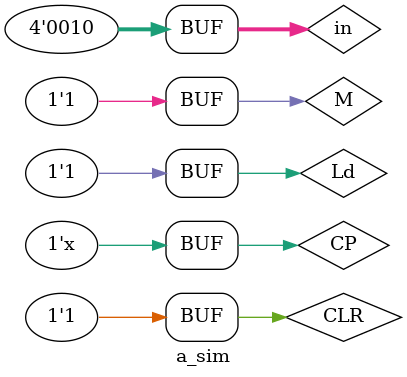
<source format=v>
`timescale 1ns / 1ps


module a_sim;
	reg [3:0] in;
	reg CP,CLR,Ld,M;
	wire [3:0] out;
	wire Qcc;
	a uut (.in(in), .CP(CP), .CLR(CLR), .Ld(Ld), .M(M), .out(out), .Qcc(Qcc));
	always #10 CP=~CP;
	initial begin
		in = 4'b0010;
		M =1;
		CLR = 1;
		CP = 0;
		Ld = 0;
		#50;		Ld = 1;
		#50;		Ld = 0;
		#50;		Ld = 1;
		#500;       CLR=0;
		#50;        CLR=1;
        #1000;      M=0;
        #1000;      M=1;
	end  
endmodule
</source>
